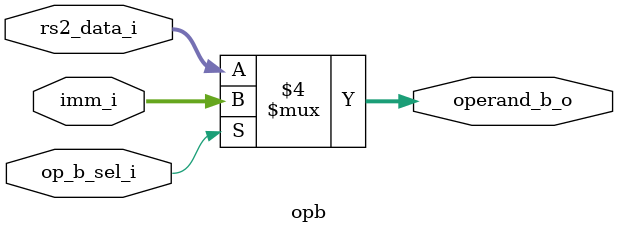
<source format=sv>
module opb(
    // input
    input logic [31:0] rs2_data_i ,
    input logic [31:0] imm_i ,
    input logic op_b_sel_i ,

    // output
    output logic [31:0] operand_b_o 
);
    always_comb begin
        if(op_b_sel_i == 1'b0)
            operand_b_o = rs2_data_i ;
        else operand_b_o = imm_i ;
    end

endmodule : opb

</source>
